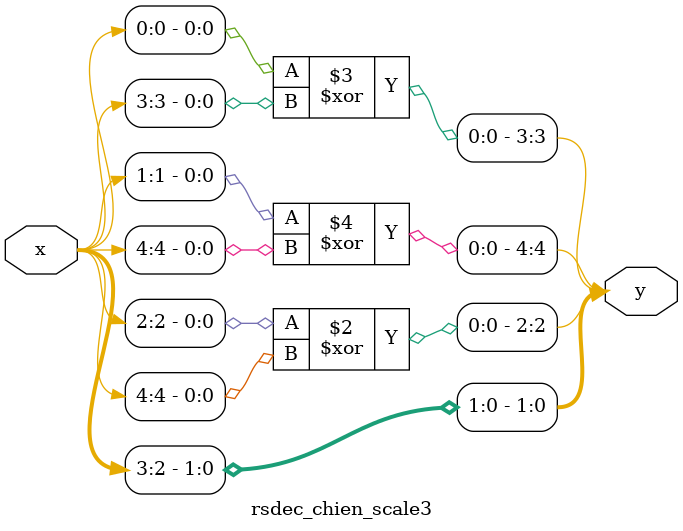
<source format=v>
module rsdec_chien_scale3 (y, x);
	input [4:0] x;
	output [4:0] y;
	reg [4:0] y;
	always @ (x)
	begin
		y[0] = x[2];
		y[1] = x[3];
		y[2] = x[2] ^ x[4];
		y[3] = x[0] ^ x[3];
		y[4] = x[1] ^ x[4];
	end
endmodule
</source>
